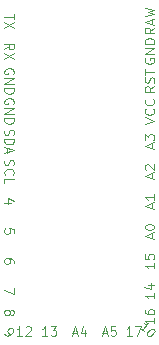
<source format=gbr>
%TF.GenerationSoftware,KiCad,Pcbnew,(5.1.8)-1*%
%TF.CreationDate,2021-01-01T16:30:17+07:00*%
%TF.ProjectId,ArduinoMicroC,41726475-696e-46f4-9d69-63726f432e6b,rev?*%
%TF.SameCoordinates,Original*%
%TF.FileFunction,Legend,Top*%
%TF.FilePolarity,Positive*%
%FSLAX46Y46*%
G04 Gerber Fmt 4.6, Leading zero omitted, Abs format (unit mm)*
G04 Created by KiCad (PCBNEW (5.1.8)-1) date 2021-01-01 16:30:17*
%MOMM*%
%LPD*%
G01*
G04 APERTURE LIST*
%ADD10C,0.100000*%
G04 APERTURE END LIST*
D10*
X134942145Y-103221355D02*
X135049894Y-103329105D01*
X135130706Y-103356042D01*
X135184581Y-103356042D01*
X135319268Y-103329105D01*
X135453955Y-103248293D01*
X135669454Y-103032793D01*
X135696392Y-102951981D01*
X135696392Y-102898106D01*
X135669454Y-102817294D01*
X135561705Y-102709545D01*
X135480893Y-102682607D01*
X135427018Y-102682607D01*
X135346206Y-102709545D01*
X135211519Y-102844232D01*
X135184581Y-102925044D01*
X135184581Y-102978919D01*
X135211519Y-103059731D01*
X135319268Y-103167480D01*
X135400080Y-103194418D01*
X135453955Y-103194418D01*
X135534767Y-103167480D01*
X136448819Y-103358904D02*
X135991676Y-103358904D01*
X136220247Y-103358904D02*
X136220247Y-102558904D01*
X136144057Y-102673190D01*
X136067866Y-102749380D01*
X135991676Y-102787476D01*
X136753580Y-102635095D02*
X136791676Y-102597000D01*
X136867866Y-102558904D01*
X137058342Y-102558904D01*
X137134533Y-102597000D01*
X137172628Y-102635095D01*
X137210723Y-102711285D01*
X137210723Y-102787476D01*
X137172628Y-102901761D01*
X136715485Y-103358904D01*
X137210723Y-103358904D01*
X135401038Y-101295209D02*
X135439133Y-101219019D01*
X135477228Y-101180923D01*
X135553419Y-101142828D01*
X135591514Y-101142828D01*
X135667704Y-101180923D01*
X135705800Y-101219019D01*
X135743895Y-101295209D01*
X135743895Y-101447590D01*
X135705800Y-101523780D01*
X135667704Y-101561876D01*
X135591514Y-101599971D01*
X135553419Y-101599971D01*
X135477228Y-101561876D01*
X135439133Y-101523780D01*
X135401038Y-101447590D01*
X135401038Y-101295209D01*
X135362942Y-101219019D01*
X135324847Y-101180923D01*
X135248657Y-101142828D01*
X135096276Y-101142828D01*
X135020085Y-101180923D01*
X134981990Y-101219019D01*
X134943895Y-101295209D01*
X134943895Y-101447590D01*
X134981990Y-101523780D01*
X135020085Y-101561876D01*
X135096276Y-101599971D01*
X135248657Y-101599971D01*
X135324847Y-101561876D01*
X135362942Y-101523780D01*
X135401038Y-101447590D01*
X146725073Y-102983495D02*
X146422027Y-102680450D01*
X146573550Y-102831973D02*
X147103880Y-102301643D01*
X146977611Y-102326896D01*
X146876596Y-102326896D01*
X146800834Y-102301643D01*
X147583703Y-102781465D02*
X147634210Y-102831973D01*
X147659464Y-102907734D01*
X147659464Y-102958242D01*
X147634210Y-103034003D01*
X147558449Y-103160272D01*
X147432180Y-103286541D01*
X147305911Y-103362303D01*
X147230149Y-103387556D01*
X147179642Y-103387556D01*
X147103880Y-103362303D01*
X147053373Y-103311795D01*
X147028119Y-103236034D01*
X147028119Y-103185526D01*
X147053373Y-103109765D01*
X147129134Y-102983495D01*
X147255403Y-102857226D01*
X147381672Y-102781465D01*
X147457434Y-102756211D01*
X147507941Y-102756211D01*
X147583703Y-102781465D01*
X145745219Y-103358904D02*
X145288076Y-103358904D01*
X145516647Y-103358904D02*
X145516647Y-102558904D01*
X145440457Y-102673190D01*
X145364266Y-102749380D01*
X145288076Y-102787476D01*
X146011885Y-102558904D02*
X146545219Y-102558904D01*
X146202361Y-103358904D01*
X147631104Y-101853980D02*
X147631104Y-102311123D01*
X147631104Y-102082552D02*
X146831104Y-102082552D01*
X146945390Y-102158742D01*
X147021580Y-102234933D01*
X147059676Y-102311123D01*
X146831104Y-101168266D02*
X146831104Y-101320647D01*
X146869200Y-101396838D01*
X146907295Y-101434933D01*
X147021580Y-101511123D01*
X147173961Y-101549219D01*
X147478723Y-101549219D01*
X147554914Y-101511123D01*
X147593009Y-101473028D01*
X147631104Y-101396838D01*
X147631104Y-101244457D01*
X147593009Y-101168266D01*
X147554914Y-101130171D01*
X147478723Y-101092076D01*
X147288247Y-101092076D01*
X147212057Y-101130171D01*
X147173961Y-101168266D01*
X147135866Y-101244457D01*
X147135866Y-101396838D01*
X147173961Y-101473028D01*
X147212057Y-101511123D01*
X147288247Y-101549219D01*
X143243371Y-103130333D02*
X143624323Y-103130333D01*
X143167180Y-103358904D02*
X143433847Y-102558904D01*
X143700514Y-103358904D01*
X144348133Y-102558904D02*
X143967180Y-102558904D01*
X143929085Y-102939857D01*
X143967180Y-102901761D01*
X144043371Y-102863666D01*
X144233847Y-102863666D01*
X144310038Y-102901761D01*
X144348133Y-102939857D01*
X144386228Y-103016047D01*
X144386228Y-103206523D01*
X144348133Y-103282714D01*
X144310038Y-103320809D01*
X144233847Y-103358904D01*
X144043371Y-103358904D01*
X143967180Y-103320809D01*
X143929085Y-103282714D01*
X140703371Y-103130333D02*
X141084323Y-103130333D01*
X140627180Y-103358904D02*
X140893847Y-102558904D01*
X141160514Y-103358904D01*
X141770038Y-102825571D02*
X141770038Y-103358904D01*
X141579561Y-102520809D02*
X141389085Y-103092238D01*
X141884323Y-103092238D01*
X138582419Y-103358904D02*
X138125276Y-103358904D01*
X138353847Y-103358904D02*
X138353847Y-102558904D01*
X138277657Y-102673190D01*
X138201466Y-102749380D01*
X138125276Y-102787476D01*
X138849085Y-102558904D02*
X139344323Y-102558904D01*
X139077657Y-102863666D01*
X139191942Y-102863666D01*
X139268133Y-102901761D01*
X139306228Y-102939857D01*
X139344323Y-103016047D01*
X139344323Y-103206523D01*
X139306228Y-103282714D01*
X139268133Y-103320809D01*
X139191942Y-103358904D01*
X138963371Y-103358904D01*
X138887180Y-103320809D01*
X138849085Y-103282714D01*
X147631104Y-99720380D02*
X147631104Y-100177523D01*
X147631104Y-99948952D02*
X146831104Y-99948952D01*
X146945390Y-100025142D01*
X147021580Y-100101333D01*
X147059676Y-100177523D01*
X147097771Y-99034666D02*
X147631104Y-99034666D01*
X146793009Y-99225142D02*
X147364438Y-99415619D01*
X147364438Y-98920380D01*
X147631104Y-97180380D02*
X147631104Y-97637523D01*
X147631104Y-97408952D02*
X146831104Y-97408952D01*
X146945390Y-97485142D01*
X147021580Y-97561333D01*
X147059676Y-97637523D01*
X146831104Y-96456571D02*
X146831104Y-96837523D01*
X147212057Y-96875619D01*
X147173961Y-96837523D01*
X147135866Y-96761333D01*
X147135866Y-96570857D01*
X147173961Y-96494666D01*
X147212057Y-96456571D01*
X147288247Y-96418476D01*
X147478723Y-96418476D01*
X147554914Y-96456571D01*
X147593009Y-96494666D01*
X147631104Y-96570857D01*
X147631104Y-96761333D01*
X147593009Y-96837523D01*
X147554914Y-96875619D01*
X147402533Y-95059428D02*
X147402533Y-94678476D01*
X147631104Y-95135619D02*
X146831104Y-94868952D01*
X147631104Y-94602285D01*
X146831104Y-94183238D02*
X146831104Y-94107047D01*
X146869200Y-94030857D01*
X146907295Y-93992761D01*
X146983485Y-93954666D01*
X147135866Y-93916571D01*
X147326342Y-93916571D01*
X147478723Y-93954666D01*
X147554914Y-93992761D01*
X147593009Y-94030857D01*
X147631104Y-94107047D01*
X147631104Y-94183238D01*
X147593009Y-94259428D01*
X147554914Y-94297523D01*
X147478723Y-94335619D01*
X147326342Y-94373714D01*
X147135866Y-94373714D01*
X146983485Y-94335619D01*
X146907295Y-94297523D01*
X146869200Y-94259428D01*
X146831104Y-94183238D01*
X147402533Y-92519428D02*
X147402533Y-92138476D01*
X147631104Y-92595619D02*
X146831104Y-92328952D01*
X147631104Y-92062285D01*
X147631104Y-91376571D02*
X147631104Y-91833714D01*
X147631104Y-91605142D02*
X146831104Y-91605142D01*
X146945390Y-91681333D01*
X147021580Y-91757523D01*
X147059676Y-91833714D01*
X147402533Y-89979428D02*
X147402533Y-89598476D01*
X147631104Y-90055619D02*
X146831104Y-89788952D01*
X147631104Y-89522285D01*
X146907295Y-89293714D02*
X146869200Y-89255619D01*
X146831104Y-89179428D01*
X146831104Y-88988952D01*
X146869200Y-88912761D01*
X146907295Y-88874666D01*
X146983485Y-88836571D01*
X147059676Y-88836571D01*
X147173961Y-88874666D01*
X147631104Y-89331809D01*
X147631104Y-88836571D01*
X147402533Y-87439428D02*
X147402533Y-87058476D01*
X147631104Y-87515619D02*
X146831104Y-87248952D01*
X147631104Y-86982285D01*
X146831104Y-86791809D02*
X146831104Y-86296571D01*
X147135866Y-86563238D01*
X147135866Y-86448952D01*
X147173961Y-86372761D01*
X147212057Y-86334666D01*
X147288247Y-86296571D01*
X147478723Y-86296571D01*
X147554914Y-86334666D01*
X147593009Y-86372761D01*
X147631104Y-86448952D01*
X147631104Y-86677523D01*
X147593009Y-86753714D01*
X147554914Y-86791809D01*
X146831104Y-85394666D02*
X147631104Y-85128000D01*
X146831104Y-84861333D01*
X147554914Y-84137523D02*
X147593009Y-84175619D01*
X147631104Y-84289904D01*
X147631104Y-84366095D01*
X147593009Y-84480380D01*
X147516819Y-84556571D01*
X147440628Y-84594666D01*
X147288247Y-84632761D01*
X147173961Y-84632761D01*
X147021580Y-84594666D01*
X146945390Y-84556571D01*
X146869200Y-84480380D01*
X146831104Y-84366095D01*
X146831104Y-84289904D01*
X146869200Y-84175619D01*
X146907295Y-84137523D01*
X147554914Y-83337523D02*
X147593009Y-83375619D01*
X147631104Y-83489904D01*
X147631104Y-83566095D01*
X147593009Y-83680380D01*
X147516819Y-83756571D01*
X147440628Y-83794666D01*
X147288247Y-83832761D01*
X147173961Y-83832761D01*
X147021580Y-83794666D01*
X146945390Y-83756571D01*
X146869200Y-83680380D01*
X146831104Y-83566095D01*
X146831104Y-83489904D01*
X146869200Y-83375619D01*
X146907295Y-83337523D01*
X147631104Y-82226095D02*
X147250152Y-82492761D01*
X147631104Y-82683238D02*
X146831104Y-82683238D01*
X146831104Y-82378476D01*
X146869200Y-82302285D01*
X146907295Y-82264190D01*
X146983485Y-82226095D01*
X147097771Y-82226095D01*
X147173961Y-82264190D01*
X147212057Y-82302285D01*
X147250152Y-82378476D01*
X147250152Y-82683238D01*
X147593009Y-81921333D02*
X147631104Y-81807047D01*
X147631104Y-81616571D01*
X147593009Y-81540380D01*
X147554914Y-81502285D01*
X147478723Y-81464190D01*
X147402533Y-81464190D01*
X147326342Y-81502285D01*
X147288247Y-81540380D01*
X147250152Y-81616571D01*
X147212057Y-81768952D01*
X147173961Y-81845142D01*
X147135866Y-81883238D01*
X147059676Y-81921333D01*
X146983485Y-81921333D01*
X146907295Y-81883238D01*
X146869200Y-81845142D01*
X146831104Y-81768952D01*
X146831104Y-81578476D01*
X146869200Y-81464190D01*
X146831104Y-81235619D02*
X146831104Y-80778476D01*
X147631104Y-81007047D02*
X146831104Y-81007047D01*
X146869200Y-79857523D02*
X146831104Y-79933714D01*
X146831104Y-80048000D01*
X146869200Y-80162285D01*
X146945390Y-80238476D01*
X147021580Y-80276571D01*
X147173961Y-80314666D01*
X147288247Y-80314666D01*
X147440628Y-80276571D01*
X147516819Y-80238476D01*
X147593009Y-80162285D01*
X147631104Y-80048000D01*
X147631104Y-79971809D01*
X147593009Y-79857523D01*
X147554914Y-79819428D01*
X147288247Y-79819428D01*
X147288247Y-79971809D01*
X147631104Y-79476571D02*
X146831104Y-79476571D01*
X147631104Y-79019428D01*
X146831104Y-79019428D01*
X147631104Y-78638476D02*
X146831104Y-78638476D01*
X146831104Y-78448000D01*
X146869200Y-78333714D01*
X146945390Y-78257523D01*
X147021580Y-78219428D01*
X147173961Y-78181333D01*
X147288247Y-78181333D01*
X147440628Y-78219428D01*
X147516819Y-78257523D01*
X147593009Y-78333714D01*
X147631104Y-78448000D01*
X147631104Y-78638476D01*
X147631104Y-77260380D02*
X147250152Y-77527047D01*
X147631104Y-77717523D02*
X146831104Y-77717523D01*
X146831104Y-77412761D01*
X146869200Y-77336571D01*
X146907295Y-77298476D01*
X146983485Y-77260380D01*
X147097771Y-77260380D01*
X147173961Y-77298476D01*
X147212057Y-77336571D01*
X147250152Y-77412761D01*
X147250152Y-77717523D01*
X147402533Y-76955619D02*
X147402533Y-76574666D01*
X147631104Y-77031809D02*
X146831104Y-76765142D01*
X147631104Y-76498476D01*
X146831104Y-76308000D02*
X147631104Y-76117523D01*
X147059676Y-75965142D01*
X147631104Y-75812761D01*
X146831104Y-75622285D01*
X135743895Y-99301333D02*
X135743895Y-99834666D01*
X134943895Y-99491809D01*
X135743895Y-97180380D02*
X135743895Y-97028000D01*
X135705800Y-96951809D01*
X135667704Y-96913714D01*
X135553419Y-96837523D01*
X135401038Y-96799428D01*
X135096276Y-96799428D01*
X135020085Y-96837523D01*
X134981990Y-96875619D01*
X134943895Y-96951809D01*
X134943895Y-97104190D01*
X134981990Y-97180380D01*
X135020085Y-97218476D01*
X135096276Y-97256571D01*
X135286752Y-97256571D01*
X135362942Y-97218476D01*
X135401038Y-97180380D01*
X135439133Y-97104190D01*
X135439133Y-96951809D01*
X135401038Y-96875619D01*
X135362942Y-96837523D01*
X135286752Y-96799428D01*
X135477228Y-92100380D02*
X134943895Y-92100380D01*
X135781990Y-91909904D02*
X135210561Y-91719428D01*
X135210561Y-92214666D01*
X134981990Y-88455619D02*
X134943895Y-88569904D01*
X134943895Y-88760380D01*
X134981990Y-88836571D01*
X135020085Y-88874666D01*
X135096276Y-88912761D01*
X135172466Y-88912761D01*
X135248657Y-88874666D01*
X135286752Y-88836571D01*
X135324847Y-88760380D01*
X135362942Y-88608000D01*
X135401038Y-88531809D01*
X135439133Y-88493714D01*
X135515323Y-88455619D01*
X135591514Y-88455619D01*
X135667704Y-88493714D01*
X135705800Y-88531809D01*
X135743895Y-88608000D01*
X135743895Y-88798476D01*
X135705800Y-88912761D01*
X135020085Y-89712761D02*
X134981990Y-89674666D01*
X134943895Y-89560380D01*
X134943895Y-89484190D01*
X134981990Y-89369904D01*
X135058180Y-89293714D01*
X135134371Y-89255619D01*
X135286752Y-89217523D01*
X135401038Y-89217523D01*
X135553419Y-89255619D01*
X135629609Y-89293714D01*
X135705800Y-89369904D01*
X135743895Y-89484190D01*
X135743895Y-89560380D01*
X135705800Y-89674666D01*
X135667704Y-89712761D01*
X134943895Y-90436571D02*
X134943895Y-90055619D01*
X135743895Y-90055619D01*
X134981990Y-85896571D02*
X134943895Y-86010857D01*
X134943895Y-86201333D01*
X134981990Y-86277523D01*
X135020085Y-86315619D01*
X135096276Y-86353714D01*
X135172466Y-86353714D01*
X135248657Y-86315619D01*
X135286752Y-86277523D01*
X135324847Y-86201333D01*
X135362942Y-86048952D01*
X135401038Y-85972761D01*
X135439133Y-85934666D01*
X135515323Y-85896571D01*
X135591514Y-85896571D01*
X135667704Y-85934666D01*
X135705800Y-85972761D01*
X135743895Y-86048952D01*
X135743895Y-86239428D01*
X135705800Y-86353714D01*
X134943895Y-86696571D02*
X135743895Y-86696571D01*
X135743895Y-86887047D01*
X135705800Y-87001333D01*
X135629609Y-87077523D01*
X135553419Y-87115619D01*
X135401038Y-87153714D01*
X135286752Y-87153714D01*
X135134371Y-87115619D01*
X135058180Y-87077523D01*
X134981990Y-87001333D01*
X134943895Y-86887047D01*
X134943895Y-86696571D01*
X135172466Y-87458476D02*
X135172466Y-87839428D01*
X134943895Y-87382285D02*
X135743895Y-87648952D01*
X134943895Y-87915619D01*
X135705800Y-83718476D02*
X135743895Y-83642285D01*
X135743895Y-83528000D01*
X135705800Y-83413714D01*
X135629609Y-83337523D01*
X135553419Y-83299428D01*
X135401038Y-83261333D01*
X135286752Y-83261333D01*
X135134371Y-83299428D01*
X135058180Y-83337523D01*
X134981990Y-83413714D01*
X134943895Y-83528000D01*
X134943895Y-83604190D01*
X134981990Y-83718476D01*
X135020085Y-83756571D01*
X135286752Y-83756571D01*
X135286752Y-83604190D01*
X134943895Y-84099428D02*
X135743895Y-84099428D01*
X134943895Y-84556571D01*
X135743895Y-84556571D01*
X134943895Y-84937523D02*
X135743895Y-84937523D01*
X135743895Y-85128000D01*
X135705800Y-85242285D01*
X135629609Y-85318476D01*
X135553419Y-85356571D01*
X135401038Y-85394666D01*
X135286752Y-85394666D01*
X135134371Y-85356571D01*
X135058180Y-85318476D01*
X134981990Y-85242285D01*
X134943895Y-85128000D01*
X134943895Y-84937523D01*
X135705800Y-81178476D02*
X135743895Y-81102285D01*
X135743895Y-80988000D01*
X135705800Y-80873714D01*
X135629609Y-80797523D01*
X135553419Y-80759428D01*
X135401038Y-80721333D01*
X135286752Y-80721333D01*
X135134371Y-80759428D01*
X135058180Y-80797523D01*
X134981990Y-80873714D01*
X134943895Y-80988000D01*
X134943895Y-81064190D01*
X134981990Y-81178476D01*
X135020085Y-81216571D01*
X135286752Y-81216571D01*
X135286752Y-81064190D01*
X134943895Y-81559428D02*
X135743895Y-81559428D01*
X134943895Y-82016571D01*
X135743895Y-82016571D01*
X134943895Y-82397523D02*
X135743895Y-82397523D01*
X135743895Y-82588000D01*
X135705800Y-82702285D01*
X135629609Y-82778476D01*
X135553419Y-82816571D01*
X135401038Y-82854666D01*
X135286752Y-82854666D01*
X135134371Y-82816571D01*
X135058180Y-82778476D01*
X134981990Y-82702285D01*
X134943895Y-82588000D01*
X134943895Y-82397523D01*
X134943895Y-79114666D02*
X135324847Y-78848000D01*
X134943895Y-78657523D02*
X135743895Y-78657523D01*
X135743895Y-78962285D01*
X135705800Y-79038476D01*
X135667704Y-79076571D01*
X135591514Y-79114666D01*
X135477228Y-79114666D01*
X135401038Y-79076571D01*
X135362942Y-79038476D01*
X135324847Y-78962285D01*
X135324847Y-78657523D01*
X135743895Y-79381333D02*
X134943895Y-79914666D01*
X135743895Y-79914666D02*
X134943895Y-79381333D01*
X135743895Y-94678476D02*
X135743895Y-94297523D01*
X135362942Y-94259428D01*
X135401038Y-94297523D01*
X135439133Y-94373714D01*
X135439133Y-94564190D01*
X135401038Y-94640380D01*
X135362942Y-94678476D01*
X135286752Y-94716571D01*
X135096276Y-94716571D01*
X135020085Y-94678476D01*
X134981990Y-94640380D01*
X134943895Y-94564190D01*
X134943895Y-94373714D01*
X134981990Y-94297523D01*
X135020085Y-94259428D01*
X135743895Y-76098476D02*
X135743895Y-76555619D01*
X134943895Y-76327047D02*
X135743895Y-76327047D01*
X135743895Y-76746095D02*
X134943895Y-77279428D01*
X135743895Y-77279428D02*
X134943895Y-76746095D01*
M02*

</source>
